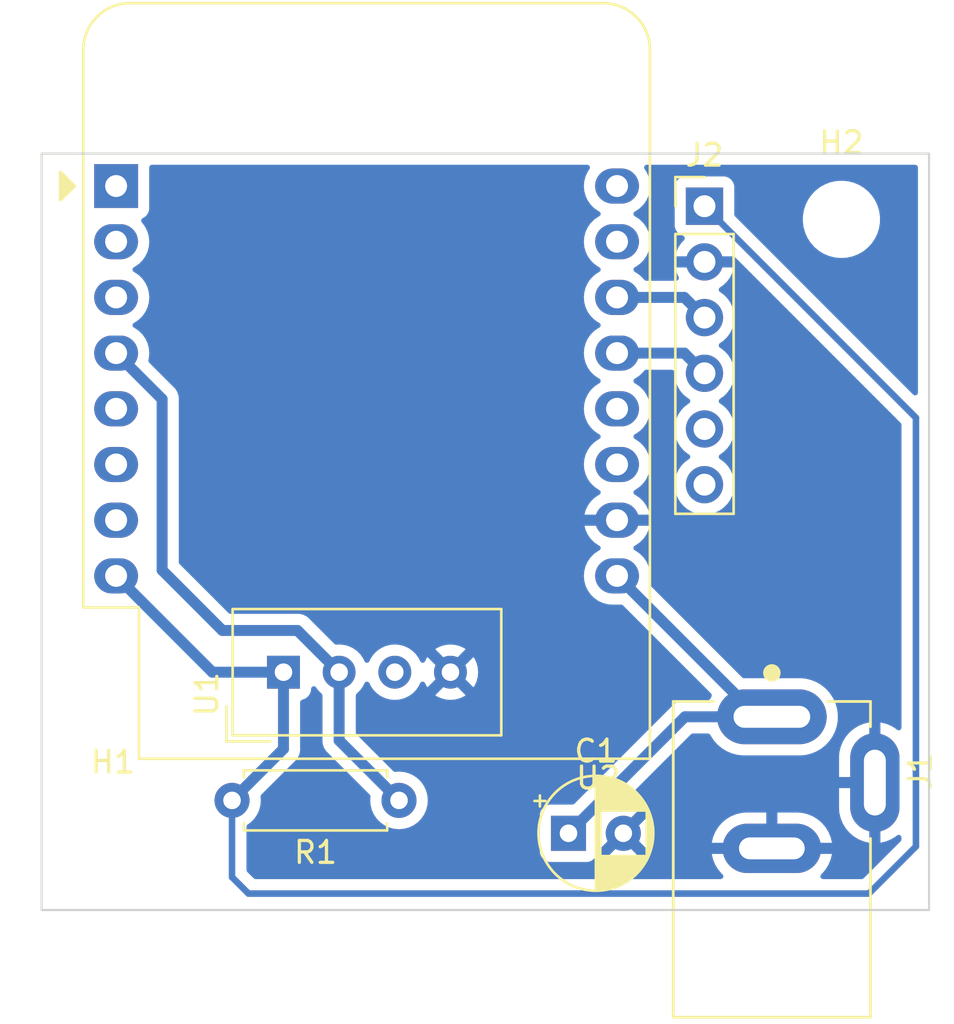
<source format=kicad_pcb>
(kicad_pcb (version 20211014) (generator pcbnew)
  (layers (0 "F.Cu" signal) (31 "B.Cu" signal) (34 "B.Paste" user) (35 "F.Paste" user) (36 "B.SilkS" user "B.Silkscreen") (37 "F.SilkS" user "F.Silkscreen") (38 "B.Mask" user) (39 "F.Mask" user) (44 "Edge.Cuts" user))
  (net 0 "")
  (net 1 "+5V")
  (net 2 "GND")
  (net 3 "+3.3V")
  (net 4 "data_dht11")
  (net 6 "sda")
  (net 7 "scl")
  (footprint "footprints:CUI_PJ-002B" (layer "F.Cu") (at 124.825 92.4375 -90)
    (fp_text reference "J1" (at 2.486547 -6.769195 -90) (layer "F.SilkS") (effects (font (size 1.000622 1.000622))))
    (fp_text value "PJ-002B")
    (fp_line (start -0.7 -2.55) (end -0.7 -4.5) (layer "F.SilkS") (width 0.127))
    (fp_line (start 13.7 -4.5) (end 13.7 4.5) (layer "F.SilkS") (width 0.127))
    (fp_line (start 13.7 4.5) (end -0.7 4.5) (layer "F.SilkS") (width 0.127))
    (fp_line (start 5.55 -4.5) (end 13.7 -4.5) (layer "F.SilkS") (width 0.127))
    (fp_line (start -0.7 -4.5) (end 0.45 -4.5) (layer "F.SilkS") (width 0.127))
    (fp_line (start -0.7 4.5) (end -0.7 2.65) (layer "F.SilkS") (width 0.127))
    (fp_circle (center -2 0) (end -1.8 0) (layer "F.SilkS") (width 0.4) (fill none))
    (pad "1" thru_hole oval locked (at 0 0 270) (size 2.5 5) (drill oval 1 3.5) (layers *.Cu *.Mask) (net 1 "+5V"))
    (pad "2" thru_hole oval locked (at 6 0 270) (size 2.25 4.5) (drill oval 1 3) (layers *.Cu *.Mask) (net 2 "GND"))
    (pad "3" thru_hole oval locked (at 3 -4.7 270) (size 4.5 2.25) (drill oval 3 1) (layers *.Cu *.Mask) (net 2 "GND"))
  )
  (footprint "Module:WEMOS_D1_mini_light" (layer "F.Cu") (at 94.9 68.23)
    (fp_text reference "U2" (at 22 27) (layer "F.SilkS"))
    (fp_text value "WeMos_D1_mini")
    (fp_line (start 1.04 26.12) (end 24.36 26.12) (layer "F.SilkS") (width 0.12))
    (fp_line (start 1.04 19.22) (end 1.04 26.12) (layer "F.SilkS") (width 0.12))
    (fp_line (start -1.5 19.22) (end 1.04 19.22) (layer "F.SilkS") (width 0.12))
    (fp_line (start -1.5 19.22) (end -1.5 -6.21) (layer "F.SilkS") (width 0.12))
    (fp_line (start 24.36 26.12) (end 24.36 -6.21) (layer "F.SilkS") (width 0.12))
    (fp_line (start 22.24 -8.34) (end 0.63 -8.34) (layer "F.SilkS") (width 0.12))
    (fp_arc (start -1.5 -6.21) (mid -0.876137 -7.716137) (end 0.63 -8.34) (layer "F.SilkS") (width 0.12))
    (fp_arc (start 22.23 -8.34) (mid 23.736137 -7.716137) (end 24.36 -6.21) (layer "F.SilkS") (width 0.12))
    (fp_poly (pts (xy -2.54 -0.635) (xy -2.54 0.635) (xy -1.905 0)) (layer "F.SilkS") (width 0.15) (fill solid))
    (pad "1" thru_hole rect (at 0 0) (size 2 2) (drill 1) (layers *.Cu *.Mask))
    (pad "2" thru_hole oval (at 0 2.54) (size 2 1.6) (drill 1) (layers *.Cu *.Mask))
    (pad "3" thru_hole oval (at 0 5.08) (size 2 1.6) (drill 1) (layers *.Cu *.Mask))
    (pad "4" thru_hole oval (at 0 7.62) (size 2 1.6) (drill 1) (layers *.Cu *.Mask) (net 4 "data_dht11"))
    (pad "5" thru_hole oval (at 0 10.16) (size 2 1.6) (drill 1) (layers *.Cu *.Mask))
    (pad "6" thru_hole oval (at 0 12.7) (size 2 1.6) (drill 1) (layers *.Cu *.Mask))
    (pad "7" thru_hole oval (at 0 15.24) (size 2 1.6) (drill 1) (layers *.Cu *.Mask))
    (pad "8" thru_hole oval (at 0 17.78) (size 2 1.6) (drill 1) (layers *.Cu *.Mask) (net 3 "+3.3V"))
    (pad "9" thru_hole oval (at 22.86 17.78) (size 2 1.6) (drill 1) (layers *.Cu *.Mask) (net 1 "+5V"))
    (pad "10" thru_hole oval (at 22.86 15.24) (size 2 1.6) (drill 1) (layers *.Cu *.Mask) (net 2 "GND"))
    (pad "11" thru_hole oval (at 22.86 12.7) (size 2 1.6) (drill 1) (layers *.Cu *.Mask))
    (pad "12" thru_hole oval (at 22.86 10.16) (size 2 1.6) (drill 1) (layers *.Cu *.Mask))
    (pad "13" thru_hole oval (at 22.86 7.62) (size 2 1.6) (drill 1) (layers *.Cu *.Mask) (net 6 "sda"))
    (pad "14" thru_hole oval (at 22.86 5.08) (size 2 1.6) (drill 1) (layers *.Cu *.Mask) (net 7 "scl"))
    (pad "15" thru_hole oval (at 22.86 2.54) (size 2 1.6) (drill 1) (layers *.Cu *.Mask))
    (pad "16" thru_hole oval (at 22.86 0) (size 2 1.6) (drill 1) (layers *.Cu *.Mask))
  )
  (footprint "Sensor:Aosong_DHT11_5.5x12.0_P2.54mm" (layer "F.Cu") (at 102.5375 90.4025 90)
    (fp_text reference "U1" (at -1 -3.5 90) (layer "F.SilkS"))
    (fp_text value "DHT11")
    (fp_line (start 2.88 9.94) (end -2.88 9.94) (layer "F.SilkS") (width 0.12))
    (fp_line (start 2.88 -2.32) (end 2.88 9.94) (layer "F.SilkS") (width 0.12))
    (fp_line (start -2.88 9.94) (end -2.88 -2.31) (layer "F.SilkS") (width 0.12))
    (fp_line (start -3.16 -2.6) (end -3.16 -0.6) (layer "F.SilkS") (width 0.12))
    (fp_line (start -3.16 -2.6) (end -1.55 -2.6) (layer "F.SilkS") (width 0.12))
    (fp_line (start -2.87 -2.32) (end 2.87 -2.32) (layer "F.SilkS") (width 0.12))
    (pad "1" thru_hole rect (at 0 0 90) (size 1.5 1.5) (drill 0.8) (layers *.Cu *.Mask) (net 3 "+3.3V"))
    (pad "2" thru_hole circle (at 0 2.54 90) (size 1.5 1.5) (drill 0.8) (layers *.Cu *.Mask) (net 4 "data_dht11"))
    (pad "3" thru_hole circle (at 0 5.08 90) (size 1.5 1.5) (drill 0.8) (layers *.Cu *.Mask))
    (pad "4" thru_hole circle (at 0 7.62 90) (size 1.5 1.5) (drill 0.8) (layers *.Cu *.Mask) (net 2 "GND"))
  )
  (footprint "Connector_PinHeader_2.54mm:PinHeader_1x06_P2.54mm_Vertical" (layer "F.Cu") (at 121.75 69.15)
    (fp_text reference "J2" (at 0 -2.33) (layer "F.SilkS"))
    (fp_text value "Conn_01x06_Female")
    (fp_line (start -1.33 1.27) (end -1.33 14.03) (layer "F.SilkS") (width 0.12))
    (fp_line (start 1.33 1.27) (end 1.33 14.03) (layer "F.SilkS") (width 0.12))
    (fp_line (start -1.33 14.03) (end 1.33 14.03) (layer "F.SilkS") (width 0.12))
    (fp_line (start -1.33 1.27) (end 1.33 1.27) (layer "F.SilkS") (width 0.12))
    (fp_line (start -1.33 0) (end -1.33 -1.33) (layer "F.SilkS") (width 0.12))
    (fp_line (start -1.33 -1.33) (end 0 -1.33) (layer "F.SilkS") (width 0.12))
    (pad "1" thru_hole rect (at 0 0) (size 1.7 1.7) (drill 1) (layers *.Cu *.Mask) (net 3 "+3.3V"))
    (pad "2" thru_hole oval (at 0 2.54) (size 1.7 1.7) (drill 1) (layers *.Cu *.Mask) (net 2 "GND"))
    (pad "3" thru_hole oval (at 0 5.08) (size 1.7 1.7) (drill 1) (layers *.Cu *.Mask) (net 7 "scl"))
    (pad "4" thru_hole oval (at 0 7.62) (size 1.7 1.7) (drill 1) (layers *.Cu *.Mask) (net 6 "sda"))
    (pad "5" thru_hole oval (at 0 10.16) (size 1.7 1.7) (drill 1) (layers *.Cu *.Mask))
    (pad "6" thru_hole oval (at 0 12.7) (size 1.7 1.7) (drill 1) (layers *.Cu *.Mask))
  )
  (footprint "Capacitor_THT:CP_Radial_D5.0mm_P2.50mm" (layer "F.Cu") (at 115.544888 97.75)
    (fp_text reference "C1" (at 1.25 -3.75) (layer "F.SilkS"))
    (fp_text value "10uF")
    (fp_line (start 1.77 -2.528) (end 1.77 -1.04) (layer "F.SilkS") (width 0.12))
    (fp_line (start 2.011 -2.468) (end 2.011 -1.04) (layer "F.SilkS") (width 0.12))
    (fp_line (start 3.531 -1.251) (end 3.531 -1.04) (layer "F.SilkS") (width 0.12))
    (fp_line (start 1.85 -2.511) (end 1.85 -1.04) (layer "F.SilkS") (width 0.12))
    (fp_line (start 1.93 -2.491) (end 1.93 -1.04) (layer "F.SilkS") (width 0.12))
    (fp_line (start 3.091 -1.826) (end 3.091 -1.04) (layer "F.SilkS") (width 0.12))
    (fp_line (start 1.61 -2.556) (end 1.61 -1.04) (layer "F.SilkS") (width 0.12))
    (fp_line (start 2.411 1.04) (end 2.411 2.31) (layer "F.SilkS") (width 0.12))
    (fp_line (start 3.291 1.04) (end 3.291 1.605) (layer "F.SilkS") (width 0.12))
    (fp_line (start 1.65 -2.55) (end 1.65 -1.04) (layer "F.SilkS") (width 0.12))
    (fp_line (start 3.731 -0.805) (end 3.731 0.805) (layer "F.SilkS") (width 0.12))
    (fp_line (start 2.211 1.04) (end 2.211 2.398) (layer "F.SilkS") (width 0.12))
    (fp_line (start 3.251 -1.653) (end 3.251 -1.04) (layer "F.SilkS") (width 0.12))
    (fp_line (start 2.371 1.04) (end 2.371 2.329) (layer "F.SilkS") (width 0.12))
    (fp_line (start 2.451 -2.29) (end 2.451 -1.04) (layer "F.SilkS") (width 0.12))
    (fp_line (start 2.651 1.04) (end 2.651 2.175) (layer "F.SilkS") (width 0.12))
    (fp_line (start 2.291 -2.365) (end 2.291 -1.04) (layer "F.SilkS") (width 0.12))
    (fp_line (start 2.331 1.04) (end 2.331 2.348) (layer "F.SilkS") (width 0.12))
    (fp_line (start 1.33 -2.579) (end 1.33 2.579) (layer "F.SilkS") (width 0.12))
    (fp_line (start 2.491 1.04) (end 2.491 2.268) (layer "F.SilkS") (width 0.12))
    (fp_line (start 3.011 1.04) (end 3.011 1.901) (layer "F.SilkS") (width 0.12))
    (fp_line (start 3.331 1.04) (end 3.331 1.554) (layer "F.SilkS") (width 0.12))
    (fp_line (start 2.651 -2.175) (end 2.651 -1.04) (layer "F.SilkS") (width 0.12))
    (fp_line (start 1.69 -2.543) (end 1.69 -1.04) (layer "F.SilkS") (width 0.12))
    (fp_line (start 2.931 -1.971) (end 2.931 -1.04) (layer "F.SilkS") (width 0.12))
    (fp_line (start 1.93 1.04) (end 1.93 2.491) (layer "F.SilkS") (width 0.12))
    (fp_line (start 1.37 -2.578) (end 1.37 2.578) (layer "F.SilkS") (width 0.12))
    (fp_line (start 3.771 -0.677) (end 3.771 0.677) (layer "F.SilkS") (width 0.12))
    (fp_line (start 1.77 1.04) (end 1.77 2.528) (layer "F.SilkS") (width 0.12))
    (fp_line (start 1.61 1.04) (end 1.61 2.556) (layer "F.SilkS") (width 0.12))
    (fp_line (start 1.25 -2.58) (end 1.25 2.58) (layer "F.SilkS") (width 0.12))
    (fp_line (start 1.57 1.04) (end 1.57 2.561) (layer "F.SilkS") (width 0.12))
    (fp_line (start 2.051 -2.455) (end 2.051 -1.04) (layer "F.SilkS") (width 0.12))
    (fp_line (start 3.531 1.04) (end 3.531 1.251) (layer "F.SilkS") (width 0.12))
    (fp_line (start 3.131 -1.785) (end 3.131 -1.04) (layer "F.SilkS") (width 0.12))
    (fp_line (start -1.554775 -1.475) (end -1.054775 -1.475) (layer "F.SilkS") (width 0.12))
    (fp_line (start -1.304775 -1.725) (end -1.304775 -1.225) (layer "F.SilkS") (width 0.12))
    (fp_line (start 1.73 -2.536) (end 1.73 -1.04) (layer "F.SilkS") (width 0.12))
    (fp_line (start 2.531 -2.247) (end 2.531 -1.04) (layer "F.SilkS") (width 0.12))
    (fp_line (start 3.571 -1.178) (end 3.571 1.178) (layer "F.SilkS") (width 0.12))
    (fp_line (start 2.691 -2.149) (end 2.691 -1.04) (layer "F.SilkS") (width 0.12))
    (fp_line (start 2.771 -2.095) (end 2.771 -1.04) (layer "F.SilkS") (width 0.12))
    (fp_line (start 2.971 1.04) (end 2.971 1.937) (layer "F.SilkS") (width 0.12))
    (fp_line (start 2.731 -2.122) (end 2.731 -1.04) (layer "F.SilkS") (width 0.12))
    (fp_line (start 2.371 -2.329) (end 2.371 -1.04) (layer "F.SilkS") (width 0.12))
    (fp_line (start 3.811 -0.518) (end 3.811 0.518) (layer "F.SilkS") (width 0.12))
    (fp_line (start 3.411 1.04) (end 3.411 1.443) (layer "F.SilkS") (width 0.12))
    (fp_line (start 2.891 -2.004) (end 2.891 -1.04) (layer "F.SilkS") (width 0.12))
    (fp_line (start 2.811 -2.065) (end 2.811 -1.04) (layer "F.SilkS") (width 0.12))
    (fp_line (start 2.611 1.04) (end 2.611 2.2) (layer "F.SilkS") (width 0.12))
    (fp_line (start 2.131 -2.428) (end 2.131 -1.04) (layer "F.SilkS") (width 0.12))
    (fp_line (start 1.69 1.04) (end 1.69 2.543) (layer "F.SilkS") (width 0.12))
    (fp_line (start 1.81 -2.52) (end 1.81 -1.04) (layer "F.SilkS") (width 0.12))
    (fp_line (start 2.891 1.04) (end 2.891 2.004) (layer "F.SilkS") (width 0.12))
    (fp_line (start 3.451 1.04) (end 3.451 1.383) (layer "F.SilkS") (width 0.12))
    (fp_line (start 2.251 -2.382) (end 2.251 -1.04) (layer "F.SilkS") (width 0.12))
    (fp_line (start 2.491 -2.268) (end 2.491 -1.04) (layer "F.SilkS") (width 0.12))
    (fp_line (start 2.731 1.04) (end 2.731 2.122) (layer "F.SilkS") (width 0.12))
    (fp_line (start 3.011 -1.901) (end 3.011 -1.04) (layer "F.SilkS") (width 0.12))
    (fp_line (start 2.091 1.04) (end 2.091 2.442) (layer "F.SilkS") (width 0.12))
    (fp_line (start 2.571 -2.224) (end 2.571 -1.04) (layer "F.SilkS") (width 0.12))
    (fp_line (start 3.651 -1.011) (end 3.651 1.011) (layer "F.SilkS") (width 0.12))
    (fp_line (start 2.451 1.04) (end 2.451 2.29) (layer "F.SilkS") (width 0.12))
    (fp_line (start 3.211 1.04) (end 3.211 1.699) (layer "F.SilkS") (width 0.12))
    (fp_line (start 3.451 -1.383) (end 3.451 -1.04) (layer "F.SilkS") (width 0.12))
    (fp_line (start 3.691 -0.915) (end 3.691 0.915) (layer "F.SilkS") (width 0.12))
    (fp_line (start 2.251 1.04) (end 2.251 2.382) (layer "F.SilkS") (width 0.12))
    (fp_line (start 2.291 1.04) (end 2.291 2.365) (layer "F.SilkS") (width 0.12))
    (fp_line (start 3.291 -1.605) (end 3.291 -1.04) (layer "F.SilkS") (width 0.12))
    (fp_line (start 1.53 -2.565) (end 1.53 -1.04) (layer "F.SilkS") (width 0.12))
    (fp_line (start 2.851 -2.035) (end 2.851 -1.04) (layer "F.SilkS") (width 0.12))
    (fp_line (start 1.65 1.04) (end 1.65 2.55) (layer "F.SilkS") (width 0.12))
    (fp_line (start 3.211 -1.699) (end 3.211 -1.04) (layer "F.SilkS") (width 0.12))
    (fp_line (start 1.73 1.04) (end 1.73 2.536) (layer "F.SilkS") (width 0.12))
    (fp_line (start 2.771 1.04) (end 2.771 2.095) (layer "F.SilkS") (width 0.12))
    (fp_line (start 3.251 1.04) (end 3.251 1.653) (layer "F.SilkS") (width 0.12))
    (fp_line (start 1.89 1.04) (end 1.89 2.501) (layer "F.SilkS") (width 0.12))
    (fp_line (start 3.331 -1.554) (end 3.331 -1.04) (layer "F.SilkS") (width 0.12))
    (fp_line (start 3.171 -1.743) (end 3.171 -1.04) (layer "F.SilkS") (width 0.12))
    (fp_line (start 1.49 1.04) (end 1.49 2.569) (layer "F.SilkS") (width 0.12))
    (fp_line (start 1.49 -2.569) (end 1.49 -1.04) (layer "F.SilkS") (width 0.12))
    (fp_line (start 3.611 -1.098) (end 3.611 1.098) (layer "F.SilkS") (width 0.12))
    (fp_line (start 3.051 1.04) (end 3.051 1.864) (layer "F.SilkS") (width 0.12))
    (fp_line (start 3.371 1.04) (end 3.371 1.5) (layer "F.SilkS") (width 0.12))
    (fp_line (start 3.171 1.04) (end 3.171 1.743) (layer "F.SilkS") (width 0.12))
    (fp_line (start 2.851 1.04) (end 2.851 2.035) (layer "F.SilkS") (width 0.12))
    (fp_line (start 2.811 1.04) (end 2.811 2.065) (layer "F.SilkS") (width 0.12))
    (fp_line (start 2.571 1.04) (end 2.571 2.224) (layer "F.SilkS") (width 0.12))
    (fp_line (start 1.971 1.04) (end 1.971 2.48) (layer "F.SilkS") (width 0.12))
    (fp_line (start 1.81 1.04) (end 1.81 2.52) (layer "F.SilkS") (width 0.12))
    (fp_line (start 1.89 -2.501) (end 1.89 -1.04) (layer "F.SilkS") (width 0.12))
    (fp_line (start 2.411 -2.31) (end 2.411 -1.04) (layer "F.SilkS") (width 0.12))
    (fp_line (start 3.091 1.04) (end 3.091 1.826) (layer "F.SilkS") (width 0.12))
    (fp_line (start 1.53 1.04) (end 1.53 2.565) (layer "F.SilkS") (width 0.12))
    (fp_line (start 3.851 -0.284) (end 3.851 0.284) (layer "F.SilkS") (width 0.12))
    (fp_line (start 3.491 1.04) (end 3.491 1.319) (layer "F.SilkS") (width 0.12))
    (fp_line (start 2.931 1.04) (end 2.931 1.971) (layer "F.SilkS") (width 0.12))
    (fp_line (start 3.131 1.04) (end 3.131 1.785) (layer "F.SilkS") (width 0.12))
    (fp_line (start 1.85 1.04) (end 1.85 2.511) (layer "F.SilkS") (width 0.12))
    (fp_line (start 1.29 -2.58) (end 1.29 2.58) (layer "F.SilkS") (width 0.12))
    (fp_line (start 3.411 -1.443) (end 3.411 -1.04) (layer "F.SilkS") (width 0.12))
    (fp_line (start 2.051 1.04) (end 2.051 2.455) (layer "F.SilkS") (width 0.12))
    (fp_line (start 2.971 -1.937) (end 2.971 -1.04) (layer "F.SilkS") (width 0.12))
    (fp_line (start 1.57 -2.561) (end 1.57 -1.04) (layer "F.SilkS") (width 0.12))
    (fp_line (start 2.531 1.04) (end 2.531 2.247) (layer "F.SilkS") (width 0.12))
    (fp_line (start 3.371 -1.5) (end 3.371 -1.04) (layer "F.SilkS") (width 0.12))
    (fp_line (start 2.011 1.04) (end 2.011 2.468) (layer "F.SilkS") (width 0.12))
    (fp_line (start 3.491 -1.319) (end 3.491 -1.04) (layer "F.SilkS") (width 0.12))
    (fp_line (start 1.45 -2.573) (end 1.45 2.573) (layer "F.SilkS") (width 0.12))
    (fp_line (start 1.41 -2.576) (end 1.41 2.576) (layer "F.SilkS") (width 0.12))
    (fp_line (start 2.691 1.04) (end 2.691 2.149) (layer "F.SilkS") (width 0.12))
    (fp_line (start 2.171 1.04) (end 2.171 2.414) (layer "F.SilkS") (width 0.12))
    (fp_line (start 3.051 -1.864) (end 3.051 -1.04) (layer "F.SilkS") (width 0.12))
    (fp_line (start 2.611 -2.2) (end 2.611 -1.04) (layer "F.SilkS") (width 0.12))
    (fp_line (start 2.171 -2.414) (end 2.171 -1.04) (layer "F.SilkS") (width 0.12))
    (fp_line (start 2.091 -2.442) (end 2.091 -1.04) (layer "F.SilkS") (width 0.12))
    (fp_line (start 2.331 -2.348) (end 2.331 -1.04) (layer "F.SilkS") (width 0.12))
    (fp_line (start 1.971 -2.48) (end 1.971 -1.04) (layer "F.SilkS") (width 0.12))
    (fp_line (start 2.211 -2.398) (end 2.211 -1.04) (layer "F.SilkS") (width 0.12))
    (fp_line (start 2.131 1.04) (end 2.131 2.428) (layer "F.SilkS") (width 0.12))
    (fp_circle (center 1.25 0) (end 3.87 0) (layer "F.SilkS") (width 0.12) (fill none))
    (pad "1" thru_hole rect (at 0 0) (size 1.6 1.6) (drill 0.8) (layers *.Cu *.Mask) (net 1 "+5V"))
    (pad "2" thru_hole circle (at 2.5 0) (size 1.6 1.6) (drill 0.8) (layers *.Cu *.Mask) (net 2 "GND"))
  )
  (footprint "MountingHole:MountingHole_2.5mm" (layer "F.Cu") (at 94.75 98)
    (fp_text reference "H1" (at 0 -3.5) (layer "F.SilkS"))
    (fp_text value "MountingHole")
    (pad "" np_thru_hole circle (at 0 0) (size 2.5 2.5) (drill 2.5) (layers *.Cu *.Mask))
  )
  (footprint "MountingHole:MountingHole_2.5mm" (layer "F.Cu") (at 128 69.75)
    (fp_text reference "H2" (at 0 -3.5) (layer "F.SilkS"))
    (fp_text value "MountingHole")
    (pad "" np_thru_hole circle (at 0 0) (size 2.5 2.5) (drill 2.5) (layers *.Cu *.Mask))
  )
  (footprint "Resistor_THT:R_Axial_DIN0207_L6.3mm_D2.5mm_P7.62mm_Horizontal" (layer "F.Cu") (at 107.81 96.25 180)
    (fp_text reference "R1" (at 3.81 -2.37) (layer "F.SilkS"))
    (fp_text value "10K")
    (fp_line (start 0.54 1.37) (end 7.08 1.37) (layer "F.SilkS") (width 0.12))
    (fp_line (start 0.54 1.04) (end 0.54 1.37) (layer "F.SilkS") (width 0.12))
    (fp_line (start 0.54 -1.04) (end 0.54 -1.37) (layer "F.SilkS") (width 0.12))
    (fp_line (start 0.54 -1.37) (end 7.08 -1.37) (layer "F.SilkS") (width 0.12))
    (fp_line (start 7.08 -1.37) (end 7.08 -1.04) (layer "F.SilkS") (width 0.12))
    (fp_line (start 7.08 1.37) (end 7.08 1.04) (layer "F.SilkS") (width 0.12))
    (pad "1" thru_hole circle (at 0 0 180) (size 1.6 1.6) (drill 0.8) (layers *.Cu *.Mask) (net 4 "data_dht11"))
    (pad "2" thru_hole oval (at 7.62 0 180) (size 1.6 1.6) (drill 0.8) (layers *.Cu *.Mask) (net 3 "+3.3V"))
  )
  (gr_rect (start 91.5 66.75) (end 132 101.25) (layer "Edge.Cuts") (width 0.1) (fill none))
  (segment (start 124.1875 92.4375) (end 124.825 92.4375) (width 0.5) (layer "B.Cu") (net 1))
  (segment (start 120.857388 92.4375) (end 124.825 92.4375) (width 0.5) (layer "B.Cu") (net 1))
  (segment (start 117.76 86.01) (end 124.1875 92.4375) (width 0.5) (layer "B.Cu") (net 1))
  (segment (start 115.544888 97.75) (end 120.857388 92.4375) (width 0.5) (layer "B.Cu") (net 1))
  (segment (start 99.2925 90.4025) (end 94.9 86.01) (width 0.5) (layer "B.Cu") (net 3))
  (segment (start 121.75 69.15) (end 131.4 78.8) (width 0.3) (layer "B.Cu") (net 3))
  (segment (start 102.5375 93.9025) (end 100.19 96.25) (width 0.5) (layer "B.Cu") (net 3))
  (segment (start 102.5375 90.4025) (end 99.2925 90.4025) (width 0.5) (layer "B.Cu") (net 3))
  (segment (start 131.4 98.35) (end 129.25 100.5) (width 0.3) (layer "B.Cu") (net 3))
  (segment (start 100.94 100.5) (end 100.19 99.75) (width 0.3) (layer "B.Cu") (net 3))
  (segment (start 129.25 100.5) (end 100.94 100.5) (width 0.3) (layer "B.Cu") (net 3))
  (segment (start 102.5375 90.4025) (end 102.5375 93.9025) (width 0.5) (layer "B.Cu") (net 3))
  (segment (start 131.4 78.8) (end 131.4 98.35) (width 0.3) (layer "B.Cu") (net 3))
  (segment (start 100.19 99.75) (end 100.19 96.25) (width 0.3) (layer "B.Cu") (net 3))
  (segment (start 97 77.95) (end 94.9 75.85) (width 0.5) (layer "B.Cu") (net 4))
  (segment (start 99.75 88.5) (end 97 85.75) (width 0.5) (layer "B.Cu") (net 4))
  (segment (start 105.0775 90.4025) (end 105.0775 93.5175) (width 0.5) (layer "B.Cu") (net 4))
  (segment (start 103.175 88.5) (end 99.75 88.5) (width 0.5) (layer "B.Cu") (net 4))
  (segment (start 105.0775 90.4025) (end 103.175 88.5) (width 0.5) (layer "B.Cu") (net 4))
  (segment (start 97 85.75) (end 97 77.95) (width 0.5) (layer "B.Cu") (net 4))
  (segment (start 105.0775 93.5175) (end 107.81 96.25) (width 0.5) (layer "B.Cu") (net 4))
  (segment (start 120.83 75.85) (end 121.75 76.77) (width 0.5) (layer "B.Cu") (net 6))
  (segment (start 117.76 75.85) (end 120.83 75.85) (width 0.5) (layer "B.Cu") (net 6))
  (segment (start 117.76 73.31) (end 120.83 73.31) (width 0.5) (layer "B.Cu") (net 7))
  (segment (start 120.83 73.31) (end 121.75 74.23) (width 0.5) (layer "B.Cu") (net 7))
  (zone (net 2) (net_name "GND") (layer "B.Cu") (connect_pads (clearance 0.508)) (min_thickness 0.254) (fill yes (thermal_gap 0.508) (thermal_bridge_width 0.508))
    (polygon (pts (xy 132 101.25) (xy 91.5 101.25) (xy 91.5 66.75) (xy 132 66.75)))
  )
)
</source>
